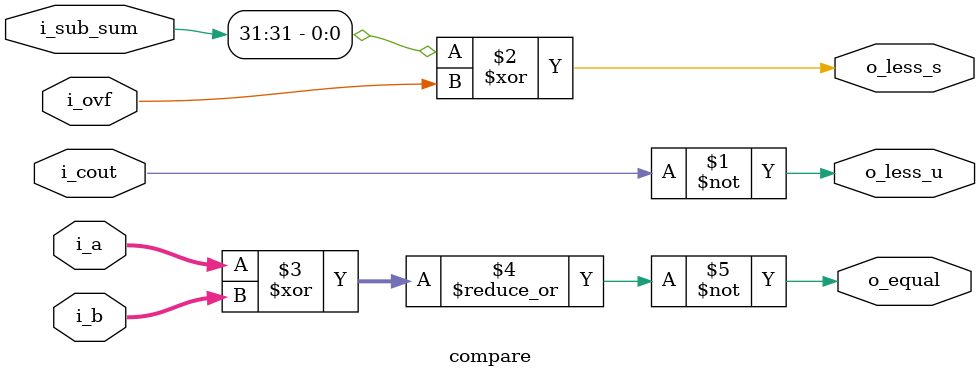
<source format=sv>
module compare(
  input  logic [31:0] i_a,
  input  logic [31:0] i_b,
  input  logic [31:0] i_sub_sum,  // A - B
  input  logic        i_cout,     // from A - B adder (i_sub=1)
  input  logic        i_ovf,      // from A - B adder (i_sub=1)
  output logic        o_less_s,   // signed A < B
  output logic        o_less_u,   // unsigned A < B
  output logic        o_equal
);
  assign o_less_u = ~i_cout;                  // borrow
  assign o_less_s = i_sub_sum[31] ^ i_ovf;    // sign xor overflow
  assign o_equal  = ~(|(i_a ^ i_b));
endmodule

</source>
